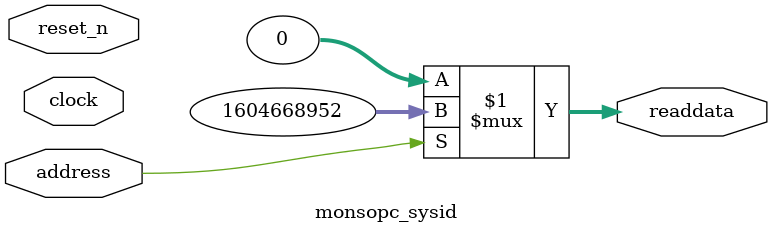
<source format=v>

`timescale 1ns / 1ps
// synthesis translate_on

// turn off superfluous verilog processor warnings 
// altera message_level Level1 
// altera message_off 10034 10035 10036 10037 10230 10240 10030 

module monsopc_sysid (
               // inputs:
                address,
                clock,
                reset_n,

               // outputs:
                readdata
             )
;

  output  [ 31: 0] readdata;
  input            address;
  input            clock;
  input            reset_n;

  wire    [ 31: 0] readdata;
  //control_slave, which is an e_avalon_slave
  assign readdata = address ? 1604668952 : 0;

endmodule




</source>
